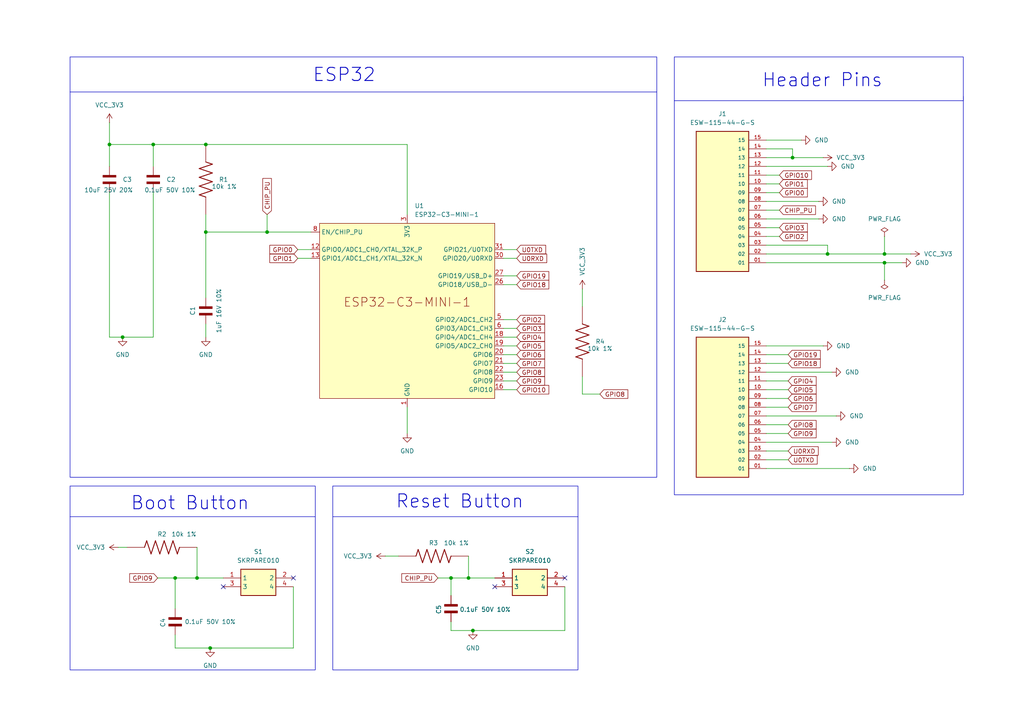
<source format=kicad_sch>
(kicad_sch (version 20250114) (generator "eeschema") (generator_version "9.0")
  (paper "A4")
  (title_block (title "ESP32 - C3 - Bare Bones") (date "2025-10-12") (rev "0") (company "BJD Solutions"))
  (lib_symbols
    (symbol "CR0402AFX-1002GAS:CR0402AFX-1002GAS" (pin_numbers (hide yes)) (pin_names (offset 1.016))
      (property "Reference" "R" (at -7.6244 2.5415 0))
      (property "Value" "CR0402AFX-1002GAS" (at -7.63 -5.0866 0))
      (symbol "CR0402AFX-1002GAS_0_0"
        (polyline (pts (xy -5.08 0) (xy -4.445 1.905)) (stroke (width 0.254)))
        (polyline (pts (xy -4.445 1.905) (xy -3.175 -1.905)) (stroke (width 0.254)))
        (polyline (pts (xy -3.175 -1.905) (xy -1.905 1.905)) (stroke (width 0.254)))
        (polyline (pts (xy -1.905 1.905) (xy -0.635 -1.905)) (stroke (width 0.254)))
        (polyline (pts (xy -0.635 -1.905) (xy 0.635 1.905)) (stroke (width 0.254)))
        (polyline (pts (xy 0.635 1.905) (xy 1.905 -1.905)) (stroke (width 0.254)))
        (polyline (pts (xy 1.905 -1.905) (xy 3.175 1.905)) (stroke (width 0.254)))
        (polyline (pts (xy 3.175 1.905) (xy 4.445 -1.905)) (stroke (width 0.254)))
        (polyline (pts (xy 4.445 -1.905) (xy 5.08 0)) (stroke (width 0.254)))
        (pin passive line (at -10.16 0 0) (length 5.08) (name "~") (number "1"))
        (pin passive line (at 10.16 0 180) (length 5.08) (name "~") (number "2"))
      )
    )
    (symbol "ESW-115-44-G-S:ESW-115-44-G-S" (pin_names (offset 1.016))
      (property "Reference" "J" (at -8.12 20.32 0))
      (property "Value" "ESW-115-44-G-S" (at -7.62 -22.86 0))
      (symbol "ESW-115-44-G-S_0_0"
        (rectangle (start -7.62 -20.32) (end 7.62 20.32) (stroke (width 0.254)) (fill (type background)))
        (pin passive line (at -12.7 17.78 0) (length 5.08) (name "01") (number "01"))
        (pin passive line (at -12.7 15.24 0) (length 5.08) (name "02") (number "02"))
        (pin passive line (at -12.7 12.7 0) (length 5.08) (name "03") (number "03"))
        (pin passive line (at -12.7 10.16 0) (length 5.08) (name "04") (number "04"))
        (pin passive line (at -12.7 7.62 0) (length 5.08) (name "05") (number "05"))
        (pin passive line (at -12.7 5.08 0) (length 5.08) (name "06") (number "06"))
        (pin passive line (at -12.7 2.54 0) (length 5.08) (name "07") (number "07"))
        (pin passive line (at -12.7 0 0) (length 5.08) (name "08") (number "08"))
        (pin passive line (at -12.7 -2.54 0) (length 5.08) (name "09") (number "09"))
        (pin passive line (at -12.7 -5.08 0) (length 5.08) (name "10") (number "10"))
        (pin passive line (at -12.7 -7.62 0) (length 5.08) (name "11") (number "11"))
        (pin passive line (at -12.7 -10.16 0) (length 5.08) (name "12") (number "12"))
        (pin passive line (at -12.7 -12.7 0) (length 5.08) (name "13") (number "13"))
        (pin passive line (at -12.7 -15.24 0) (length 5.08) (name "14") (number "14"))
        (pin passive line (at -12.7 -17.78 0) (length 5.08) (name "15") (number "15"))
      )
    )
    (symbol "MAJCU168BB7104KTEA01:MAJCU168BB7104KTEA01" (pin_numbers (hide yes)) (pin_names (offset 1.016))
      (property "Reference" "C" (at -2.54 2.54 0))
      (property "Value" "MAJCU168BB7104KTEA01" (at -2.54 -5.08 0))
      (symbol "MAJCU168BB7104KTEA01_0_0"
        (rectangle (start 0 -1.9069) (end 0.635 1.905) (stroke (width 0.1)) (fill (type outline)))
        (rectangle (start 1.9069 -1.9069) (end 2.54 1.905) (stroke (width 0.1)) (fill (type outline)))
        (pin passive line (at -2.54 0 0) (length 2.54) (name "~") (number "1"))
        (pin passive line (at 5.08 0 180) (length 2.54) (name "~") (number "2"))
      )
    )
    (symbol "MAJCU168BB7104KTEA01_1" (pin_numbers (hide yes)) (pin_names (offset 1.016))
      (property "Reference" "C" (at -2.54 2.54 0))
      (property "Value" "MAJCU168BB7104KTEA01" (at -2.54 -5.08 0))
      (symbol "MAJCU168BB7104KTEA01_1_0_0"
        (rectangle (start 0 -1.9069) (end 0.635 1.905) (stroke (width 0.1)) (fill (type outline)))
        (rectangle (start 1.9069 -1.9069) (end 2.54 1.905) (stroke (width 0.1)) (fill (type outline)))
        (pin passive line (at -2.54 0 0) (length 2.54) (name "~") (number "1"))
        (pin passive line (at 5.08 0 180) (length 2.54) (name "~") (number "2"))
      )
    )
    (symbol "MLASE168SB7105KTNA01:MLASE168SB7105KTNA01" (pin_numbers (hide yes)) (pin_names (offset 1.016))
      (property "Reference" "C" (at -2.54 2.54 0))
      (property "Value" "MLASE168SB7105KTNA01" (at -2.54 -5.08 0))
      (symbol "MLASE168SB7105KTNA01_0_0"
        (rectangle (start 0 -1.9069) (end 0.635 1.905) (stroke (width 0.1)) (fill (type outline)))
        (rectangle (start 1.9069 -1.9069) (end 2.54 1.905) (stroke (width 0.1)) (fill (type outline)))
        (pin passive line (at -2.54 0 0) (length 2.54) (name "~") (number "1"))
        (pin passive line (at 5.08 0 180) (length 2.54) (name "~") (number "2"))
      )
    )
    (symbol "MLAST168BB5106MTNA01:MLAST168BB5106MTNA01" (pin_numbers (hide yes)) (pin_names (offset 1.016))
      (property "Reference" "C" (at -2.54 2.54 0))
      (property "Value" "MLAST168BB5106MTNA01" (at -2.54 -5.08 0))
      (symbol "MLAST168BB5106MTNA01_0_0"
        (rectangle (start 0 -1.9069) (end 0.635 1.905) (stroke (width 0.1)) (fill (type outline)))
        (rectangle (start 1.9069 -1.9069) (end 2.54 1.905) (stroke (width 0.1)) (fill (type outline)))
        (pin passive line (at -2.54 0 0) (length 2.54) (name "~") (number "1"))
        (pin passive line (at 5.08 0 180) (length 2.54) (name "~") (number "2"))
      )
    )
    (symbol "PCM_Espressif:ESP32-C3-MINI-1"
      (property "Reference" "U" (at -25.4 30.48 0))
      (property "Value" "ESP32-C3-MINI-1" (at -25.4 27.94 0))
      (symbol "ESP32-C3-MINI-1_0_0"
        (text "ESP32-C3-MINI-1" (at 0 2.54 0) (effects (font (size 2.54 2.54))))
      )
      (symbol "ESP32-C3-MINI-1_0_1"
        (rectangle (start -25.4 25.4) (end 25.4 -25.4) (fill (type background)))
      )
      (symbol "ESP32-C3-MINI-1_1_1"
        (pin input line (at -27.94 22.86 0) (length 2.54) (name "EN/CHIP_PU") (number "8"))
        (pin bidirectional line (at -27.94 17.78 0) (length 2.54) (name "GPIO0/ADC1_CH0/XTAL_32K_P") (number "12"))
        (pin bidirectional line (at -27.94 15.24 0) (length 2.54) (name "GPIO1/ADC1_CH1/XTAL_32K_N") (number "13"))
        (pin no_connect line (at -25.4 10.16 0) (length 2.54) (hide yes) (name "NC") (number "4"))
        (pin no_connect line (at -25.4 7.62 0) (length 2.54) (hide yes) (name "NC") (number "7"))
        (pin no_connect line (at -25.4 5.08 0) (length 2.54) (hide yes) (name "NC") (number "9"))
        (pin no_connect line (at -25.4 2.54 0) (length 2.54) (hide yes) (name "NC") (number "10"))
        (pin no_connect line (at -25.4 0 0) (length 2.54) (hide yes) (name "NC") (number "15"))
        (pin no_connect line (at -25.4 -2.54 0) (length 2.54) (hide yes) (name "NC") (number "17"))
        (pin no_connect line (at -25.4 -5.08 0) (length 2.54) (hide yes) (name "NC") (number "24"))
        (pin no_connect line (at -25.4 -7.62 0) (length 2.54) (hide yes) (name "NC") (number "25"))
        (pin no_connect line (at -25.4 -10.16 0) (length 2.54) (hide yes) (name "NC") (number "28"))
        (pin no_connect line (at -25.4 -12.7 0) (length 2.54) (hide yes) (name "NC") (number "29"))
        (pin no_connect line (at -25.4 -15.24 0) (length 2.54) (hide yes) (name "NC") (number "32"))
        (pin no_connect line (at -25.4 -17.78 0) (length 2.54) (hide yes) (name "NC") (number "33"))
        (pin no_connect line (at -25.4 -20.32 0) (length 2.54) (hide yes) (name "NC") (number "34"))
        (pin no_connect line (at -25.4 -22.86 0) (length 2.54) (hide yes) (name "NC") (number "35"))
        (pin power_in line (at 0 27.94 270) (length 2.54) (name "3V3") (number "3"))
        (pin power_in line (at 0 -27.94 90) (length 2.54) (name "GND") (number "1"))
        (pin passive line (at 0 -27.94 90) (length 2.54) (hide yes) (name "GND") (number "11"))
        (pin passive line (at 0 -27.94 90) (length 2.54) (hide yes) (name "GND") (number "14"))
        (pin passive line (at 0 -27.94 90) (length 2.54) (hide yes) (name "GND") (number "2"))
        (pin passive line (at 0 -27.94 90) (length 2.54) (hide yes) (name "GND") (number "36"))
        (pin passive line (at 0 -27.94 90) (length 2.54) (hide yes) (name "GND") (number "37"))
        (pin passive line (at 0 -27.94 90) (length 2.54) (hide yes) (name "GND") (number "38"))
        (pin passive line (at 0 -27.94 90) (length 2.54) (hide yes) (name "GND") (number "39"))
        (pin passive line (at 0 -27.94 90) (length 2.54) (hide yes) (name "GND") (number "40"))
        (pin passive line (at 0 -27.94 90) (length 2.54) (hide yes) (name "GND") (number "41"))
        (pin passive line (at 0 -27.94 90) (length 2.54) (hide yes) (name "GND") (number "42"))
        (pin passive line (at 0 -27.94 90) (length 2.54) (hide yes) (name "GND") (number "43"))
        (pin passive line (at 0 -27.94 90) (length 2.54) (hide yes) (name "GND") (number "44"))
        (pin passive line (at 0 -27.94 90) (length 2.54) (hide yes) (name "GND") (number "45"))
        (pin passive line (at 0 -27.94 90) (length 2.54) (hide yes) (name "GND") (number "46"))
        (pin passive line (at 0 -27.94 90) (length 2.54) (hide yes) (name "GND") (number "47"))
        (pin passive line (at 0 -27.94 90) (length 2.54) (hide yes) (name "GND") (number "48"))
        (pin passive line (at 0 -27.94 90) (length 2.54) (hide yes) (name "GND") (number "49"))
        (pin passive line (at 0 -27.94 90) (length 2.54) (hide yes) (name "GND") (number "50"))
        (pin passive line (at 0 -27.94 90) (length 2.54) (hide yes) (name "GND") (number "51"))
        (pin passive line (at 0 -27.94 90) (length 2.54) (hide yes) (name "GND") (number "52"))
        (pin passive line (at 0 -27.94 90) (length 2.54) (hide yes) (name "GND") (number "53"))
        (pin bidirectional line (at 27.94 17.78 180) (length 2.54) (name "GPIO21/U0TXD") (number "31"))
        (pin bidirectional line (at 27.94 15.24 180) (length 2.54) (name "GPIO20/U0RXD") (number "30"))
        (pin bidirectional line (at 27.94 10.16 180) (length 2.54) (name "GPIO19/USB_D+") (number "27"))
        (pin bidirectional line (at 27.94 7.62 180) (length 2.54) (name "GPIO18/USB_D-") (number "26"))
        (pin bidirectional line (at 27.94 -2.54 180) (length 2.54) (name "GPIO2/ADC1_CH2") (number "5"))
        (pin bidirectional line (at 27.94 -5.08 180) (length 2.54) (name "GPIO3/ADC1_CH3") (number "6"))
        (pin bidirectional line (at 27.94 -7.62 180) (length 2.54) (name "GPIO4/ADC1_CH4") (number "18"))
        (pin bidirectional line (at 27.94 -10.16 180) (length 2.54) (name "GPIO5/ADC2_CH0") (number "19"))
        (pin bidirectional line (at 27.94 -12.7 180) (length 2.54) (name "GPIO6") (number "20"))
        (pin bidirectional line (at 27.94 -15.24 180) (length 2.54) (name "GPIO7") (number "21"))
        (pin bidirectional line (at 27.94 -17.78 180) (length 2.54) (name "GPIO8") (number "22"))
        (pin bidirectional line (at 27.94 -20.32 180) (length 2.54) (name "GPIO9") (number "23"))
        (pin bidirectional line (at 27.94 -22.86 180) (length 2.54) (name "GPIO10") (number "16"))
      )
    )
    (symbol "SamacSys_Parts:SKRPARE010"
      (property "Reference" "S" (at 16.51 7.62 0))
      (property "Value" "SKRPARE010" (at 16.51 5.08 0))
      (symbol "SKRPARE010_1_1"
        (rectangle (start 5.08 2.54) (end 15.24 -5.08) (stroke (width 0.254)) (fill (type background)))
        (pin passive line (at 0 0 0) (length 5.08) (name "1") (number "1"))
        (pin passive line (at 0 -2.54 0) (length 5.08) (name "3") (number "3"))
        (pin passive line (at 20.32 0 180) (length 5.08) (name "2") (number "2"))
        (pin passive line (at 20.32 -2.54 180) (length 5.08) (name "4") (number "4"))
      )
    )
    (symbol "power:GND" (power) (pin_numbers (hide yes)) (pin_names (offset 0) (hide yes))
      (property "Value" "GND" (at 0 -3.81 0))
      (symbol "GND_0_1"
        (polyline (pts (xy 0 0) (xy 0 -1.27) (xy 1.27 -1.27) (xy 0 -2.54) (xy -1.27 -1.27) (xy 0 -1.27)))
      )
      (symbol "GND_1_1"
        (pin power_in line (at 0 0 270) (length 0) (name "~") (number "1"))
      )
    )
    (symbol "power:PWR_FLAG" (power) (pin_numbers (hide yes)) (pin_names (offset 0) (hide yes))
      (property "Value" "PWR_FLAG" (at 0 3.81 0))
      (symbol "PWR_FLAG_0_0"
        (pin power_out line (at 0 0 90) (length 0) (name "~") (number "1"))
      )
      (symbol "PWR_FLAG_0_1"
        (polyline (pts (xy 0 0) (xy 0 1.27) (xy -1.016 1.905) (xy 0 2.54) (xy 1.016 1.905) (xy 0 1.27)))
      )
    )
    (symbol "power:VCC" (power) (pin_numbers (hide yes)) (pin_names (offset 0) (hide yes))
      (property "Value" "VCC" (at 0 3.556 0))
      (symbol "VCC_0_1"
        (polyline (pts (xy -0.762 1.27) (xy 0 2.54)))
        (polyline (pts (xy 0 2.54) (xy 0.762 1.27)))
        (polyline (pts (xy 0 0) (xy 0 2.54)))
      )
      (symbol "VCC_1_1"
        (pin power_in line (at 0 0 90) (length 0) (name "~") (number "1"))
      )
    )
  )
  (rectangle (start 195.58 16.51) (end 279.4 143.51))
  (rectangle (start 20.32 140.97) (end 91.44 194.31))
  (rectangle (start 20.32 16.51) (end 190.5 138.43))
  (rectangle (start 96.52 140.97) (end 167.64 194.31))
  (text "Header Pins" (at 238.506 23.368 0) (effects (font (size 3.81 3.81) (thickness 0.254) (bold yes))))
  (text "Boot Button" (at 55.118 146.05 0) (effects (font (size 3.81 3.81) (thickness 0.254) (bold yes))))
  (text "Reset Button" (at 133.35 145.542 0) (effects (font (size 3.81 3.81) (thickness 0.254) (bold yes))))
  (text "ESP32" (at 99.822 21.844 0) (effects (font (size 3.81 3.81) (thickness 0.254) (bold yes))))
  (junction (at 240.03 73.66))
  (junction (at 50.8 167.64))
  (junction (at 44.45 41.91))
  (junction (at 59.69 67.31))
  (junction (at 130.81 167.64))
  (junction (at 229.87 45.72))
  (junction (at 77.47 67.31))
  (junction (at 137.16 182.88))
  (junction (at 60.96 187.96))
  (junction (at 256.54 73.66))
  (junction (at 35.56 97.79))
  (junction (at 31.75 41.91))
  (junction (at 256.54 76.2))
  (junction (at 135.89 167.64))
  (junction (at 57.15 167.64))
  (junction (at 59.69 41.91))
  (no_connect (at 64.77 170.18))
  (no_connect (at 163.83 167.64))
  (no_connect (at 143.51 170.18))
  (no_connect (at 85.09 167.64))
  (wire (pts (xy 222.25 58.42) (xy 237.49 58.42)))
  (wire (pts (xy 163.83 170.18) (xy 163.83 182.88)))
  (wire (pts (xy 44.45 55.88) (xy 44.45 97.79)))
  (wire (pts (xy 222.25 105.41) (xy 228.6 105.41)))
  (wire (pts (xy 135.89 167.64) (xy 143.51 167.64)))
  (wire (pts (xy 146.05 72.39) (xy 149.86 72.39)))
  (wire (pts (xy 222.25 118.11) (xy 228.6 118.11)))
  (wire (pts (xy 146.05 110.49) (xy 149.86 110.49)))
  (wire (pts (xy 222.25 68.58) (xy 226.06 68.58)))
  (wire (pts (xy 222.25 50.8) (xy 226.06 50.8)))
  (wire (pts (xy 240.03 73.66) (xy 256.54 73.66)))
  (wire (pts (xy 31.75 35.56) (xy 31.75 41.91)))
  (wire (pts (xy 50.8 187.96) (xy 60.96 187.96)))
  (wire (pts (xy 146.05 105.41) (xy 149.86 105.41)))
  (wire (pts (xy 146.05 74.93) (xy 149.86 74.93)))
  (wire (pts (xy 31.75 41.91) (xy 44.45 41.91)))
  (wire (pts (xy 146.05 82.55) (xy 149.86 82.55)))
  (wire (pts (xy 59.69 67.31) (xy 59.69 86.36)))
  (wire (pts (xy 130.81 182.88) (xy 137.16 182.88)))
  (wire (pts (xy 229.87 45.72) (xy 238.76 45.72)))
  (wire (pts (xy 127 167.64) (xy 130.81 167.64)))
  (wire (pts (xy 222.25 133.35) (xy 228.6 133.35)))
  (wire (pts (xy 222.25 135.89) (xy 246.38 135.89)))
  (wire (pts (xy 59.69 62.23) (xy 59.69 67.31)))
  (wire (pts (xy 135.89 161.29) (xy 135.89 167.64)))
  (wire (pts (xy 111.76 161.29) (xy 115.57 161.29)))
  (wire (pts (xy 44.45 48.26) (xy 44.45 41.91)))
  (wire (pts (xy 256.54 76.2) (xy 256.54 81.28)))
  (wire (pts (xy 146.05 107.95) (xy 149.86 107.95)))
  (wire (pts (xy 59.69 67.31) (xy 77.47 67.31)))
  (wire (pts (xy 130.81 167.64) (xy 135.89 167.64)))
  (wire (pts (xy 222.25 115.57) (xy 228.6 115.57)))
  (wire (pts (xy 222.25 110.49) (xy 228.6 110.49)))
  (wire (pts (xy 146.05 97.79) (xy 149.86 97.79)))
  (wire (pts (xy 59.69 93.98) (xy 59.69 97.79)))
  (wire (pts (xy 222.25 40.64) (xy 232.41 40.64)))
  (wire (pts (xy 222.25 128.27) (xy 241.3 128.27)))
  (wire (pts (xy 45.72 167.64) (xy 50.8 167.64)))
  (wire (pts (xy 146.05 80.01) (xy 149.86 80.01)))
  (wire (pts (xy 77.47 62.23) (xy 77.47 67.31)))
  (wire (pts (xy 86.36 72.39) (xy 90.17 72.39)))
  (wire (pts (xy 222.25 43.18) (xy 229.87 43.18)))
  (wire (pts (xy 50.8 184.15) (xy 50.8 187.96)))
  (polyline (pts (xy 195.58 29.21) (xy 279.4 29.21)))
  (wire (pts (xy 222.25 45.72) (xy 229.87 45.72)))
  (wire (pts (xy 118.11 62.23) (xy 118.11 41.91)))
  (wire (pts (xy 130.81 180.34) (xy 130.81 182.88)))
  (wire (pts (xy 50.8 167.64) (xy 57.15 167.64)))
  (wire (pts (xy 222.25 130.81) (xy 228.6 130.81)))
  (wire (pts (xy 77.47 67.31) (xy 90.17 67.31)))
  (wire (pts (xy 35.56 97.79) (xy 44.45 97.79)))
  (wire (pts (xy 168.91 83.82) (xy 168.91 88.9)))
  (wire (pts (xy 222.25 71.12) (xy 240.03 71.12)))
  (polyline (pts (xy 279.4 27.94) (xy 279.4 29.21)))
  (wire (pts (xy 256.54 73.66) (xy 264.16 73.66)))
  (wire (pts (xy 34.29 158.75) (xy 36.83 158.75)))
  (wire (pts (xy 31.75 48.26) (xy 31.75 41.91)))
  (wire (pts (xy 222.25 102.87) (xy 228.6 102.87)))
  (wire (pts (xy 222.25 120.65) (xy 242.57 120.65)))
  (polyline (pts (xy 20.32 149.86) (xy 91.44 149.86)))
  (polyline (pts (xy 96.52 149.86) (xy 167.64 149.86)))
  (wire (pts (xy 168.91 109.22) (xy 168.91 114.3)))
  (wire (pts (xy 222.25 125.73) (xy 228.6 125.73)))
  (wire (pts (xy 222.25 76.2) (xy 256.54 76.2)))
  (wire (pts (xy 256.54 76.2) (xy 261.62 76.2)))
  (wire (pts (xy 146.05 95.25) (xy 149.86 95.25)))
  (wire (pts (xy 222.25 100.33) (xy 238.76 100.33)))
  (wire (pts (xy 222.25 123.19) (xy 228.6 123.19)))
  (wire (pts (xy 146.05 113.03) (xy 149.86 113.03)))
  (wire (pts (xy 146.05 102.87) (xy 149.86 102.87)))
  (polyline (pts (xy 20.32 26.67) (xy 190.5 26.67)))
  (wire (pts (xy 240.03 71.12) (xy 240.03 73.66)))
  (wire (pts (xy 222.25 60.96) (xy 226.06 60.96)))
  (wire (pts (xy 222.25 48.26) (xy 240.03 48.26)))
  (wire (pts (xy 222.25 55.88) (xy 226.06 55.88)))
  (wire (pts (xy 31.75 97.79) (xy 35.56 97.79)))
  (wire (pts (xy 222.25 113.03) (xy 228.6 113.03)))
  (wire (pts (xy 59.69 41.91) (xy 118.11 41.91)))
  (wire (pts (xy 146.05 100.33) (xy 149.86 100.33)))
  (wire (pts (xy 85.09 170.18) (xy 85.09 187.96)))
  (wire (pts (xy 222.25 63.5) (xy 237.49 63.5)))
  (wire (pts (xy 222.25 73.66) (xy 240.03 73.66)))
  (wire (pts (xy 130.81 167.64) (xy 130.81 172.72)))
  (wire (pts (xy 222.25 107.95) (xy 241.3 107.95)))
  (wire (pts (xy 146.05 92.71) (xy 149.86 92.71)))
  (wire (pts (xy 50.8 167.64) (xy 50.8 176.53)))
  (wire (pts (xy 222.25 66.04) (xy 226.06 66.04)))
  (wire (pts (xy 85.09 187.96) (xy 60.96 187.96)))
  (wire (pts (xy 229.87 43.18) (xy 229.87 45.72)))
  (wire (pts (xy 222.25 53.34) (xy 226.06 53.34)))
  (wire (pts (xy 31.75 55.88) (xy 31.75 97.79)))
  (wire (pts (xy 256.54 68.58) (xy 256.54 73.66)))
  (wire (pts (xy 137.16 182.88) (xy 163.83 182.88)))
  (wire (pts (xy 118.11 118.11) (xy 118.11 125.73)))
  (wire (pts (xy 57.15 158.75) (xy 57.15 167.64)))
  (wire (pts (xy 44.45 41.91) (xy 59.69 41.91)))
  (wire (pts (xy 168.91 114.3) (xy 173.99 114.3)))
  (wire (pts (xy 86.36 74.93) (xy 90.17 74.93)))
  (wire (pts (xy 57.15 167.64) (xy 64.77 167.64)))
  (global_label "GPIO19" (shape input) (at 228.6 102.87 0) (property "Intersheetrefs" "${INTERSHEET_REFS}" (effects (hide yes))))
  (global_label "GPIO3" (shape input) (at 226.06 66.04 0) (property "Intersheetrefs" "${INTERSHEET_REFS}" (effects (hide yes))))
  (global_label "GPIO8" (shape input) (at 228.6 123.19 0) (property "Intersheetrefs" "${INTERSHEET_REFS}" (effects (hide yes))))
  (global_label "GPIO7" (shape input) (at 228.6 118.11 0) (property "Intersheetrefs" "${INTERSHEET_REFS}" (effects (hide yes))))
  (global_label "U0TXD" (shape input) (at 228.6 133.35 0) (property "Intersheetrefs" "${INTERSHEET_REFS}" (effects (hide yes))))
  (global_label "GPIO19" (shape input) (at 149.86 80.01 0) (property "Intersheetrefs" "${INTERSHEET_REFS}" (effects (hide yes))))
  (global_label "GPIO5" (shape input) (at 228.6 113.03 0) (property "Intersheetrefs" "${INTERSHEET_REFS}" (effects (hide yes))))
  (global_label "GPIO0" (shape input) (at 226.06 55.88 0) (property "Intersheetrefs" "${INTERSHEET_REFS}" (effects (hide yes))))
  (global_label "GPIO9" (shape input) (at 45.72 167.64 180) (property "Intersheetrefs" "${INTERSHEET_REFS}" (effects (hide yes))))
  (global_label "GPIO8" (shape input) (at 149.86 107.95 0) (property "Intersheetrefs" "${INTERSHEET_REFS}" (effects (hide yes))))
  (global_label "GPIO8" (shape input) (at 173.99 114.3 0) (property "Intersheetrefs" "${INTERSHEET_REFS}" (effects (hide yes))))
  (global_label "GPIO4" (shape input) (at 228.6 110.49 0) (property "Intersheetrefs" "${INTERSHEET_REFS}" (effects (hide yes))))
  (global_label "CHIP_PU" (shape input) (at 127 167.64 180) (property "Intersheetrefs" "${INTERSHEET_REFS}" (effects (hide yes))))
  (global_label "GPIO7" (shape input) (at 149.86 105.41 0) (property "Intersheetrefs" "${INTERSHEET_REFS}" (effects (hide yes))))
  (global_label "GPIO1" (shape input) (at 86.36 74.93 180) (property "Intersheetrefs" "${INTERSHEET_REFS}" (effects (hide yes))))
  (global_label "GPIO9" (shape input) (at 149.86 110.49 0) (property "Intersheetrefs" "${INTERSHEET_REFS}" (effects (hide yes))))
  (global_label "GPIO5" (shape input) (at 149.86 100.33 0) (property "Intersheetrefs" "${INTERSHEET_REFS}" (effects (hide yes))))
  (global_label "GPIO2" (shape input) (at 226.06 68.58 0) (property "Intersheetrefs" "${INTERSHEET_REFS}" (effects (hide yes))))
  (global_label "CHIP_PU" (shape input) (at 77.47 62.23 90) (property "Intersheetrefs" "${INTERSHEET_REFS}" (effects (hide yes))))
  (global_label "GPIO6" (shape input) (at 228.6 115.57 0) (property "Intersheetrefs" "${INTERSHEET_REFS}" (effects (hide yes))))
  (global_label "GPIO18" (shape input) (at 228.6 105.41 0) (property "Intersheetrefs" "${INTERSHEET_REFS}" (effects (hide yes))))
  (global_label "GPIO1" (shape input) (at 226.06 53.34 0) (property "Intersheetrefs" "${INTERSHEET_REFS}" (effects (hide yes))))
  (global_label "CHIP_PU" (shape input) (at 226.06 60.96 0) (property "Intersheetrefs" "${INTERSHEET_REFS}" (effects (hide yes))))
  (global_label "GPIO10" (shape input) (at 149.86 113.03 0) (property "Intersheetrefs" "${INTERSHEET_REFS}" (effects (hide yes))))
  (global_label "U0TXD" (shape input) (at 149.86 72.39 0) (property "Intersheetrefs" "${INTERSHEET_REFS}" (effects (hide yes))))
  (global_label "GPIO9" (shape input) (at 228.6 125.73 0) (property "Intersheetrefs" "${INTERSHEET_REFS}" (effects (hide yes))))
  (global_label "GPIO0" (shape input) (at 86.36 72.39 180) (property "Intersheetrefs" "${INTERSHEET_REFS}" (effects (hide yes))))
  (global_label "GPIO3" (shape input) (at 149.86 95.25 0) (property "Intersheetrefs" "${INTERSHEET_REFS}" (effects (hide yes))))
  (global_label "GPIO10" (shape input) (at 226.06 50.8 0) (property "Intersheetrefs" "${INTERSHEET_REFS}" (effects (hide yes))))
  (global_label "GPIO4" (shape input) (at 149.86 97.79 0) (property "Intersheetrefs" "${INTERSHEET_REFS}" (effects (hide yes))))
  (global_label "U0RXD" (shape input) (at 228.6 130.81 0) (property "Intersheetrefs" "${INTERSHEET_REFS}" (effects (hide yes))))
  (global_label "U0RXD" (shape input) (at 149.86 74.93 0) (property "Intersheetrefs" "${INTERSHEET_REFS}" (effects (hide yes))))
  (global_label "GPIO2" (shape input) (at 149.86 92.71 0) (property "Intersheetrefs" "${INTERSHEET_REFS}" (effects (hide yes))))
  (global_label "GPIO18" (shape input) (at 149.86 82.55 0) (property "Intersheetrefs" "${INTERSHEET_REFS}" (effects (hide yes))))
  (global_label "GPIO6" (shape input) (at 149.86 102.87 0) (property "Intersheetrefs" "${INTERSHEET_REFS}" (effects (hide yes))))
  (symbol (lib_id "ESW-115-44-G-S:ESW-115-44-G-S") (at 209.55 58.42 180) (unit 1)
    (property "Reference" "J1" (at 209.55 33.02 0))
    (property "Value" "ESW-115-44-G-S" (at 209.55 35.56 0))
    (property "Footprint" "ESW-115-44-G-S:SAMTEC_ESW-115-44-G-S" (effects (hide yes)))
    (property "MF" "Samtec" (effects (hide yes)))
    (property "Description_1" "CONN SOCKET 15POS 0.1 GOLD PCB" (effects (hide yes)))
    (property "Package" "None" (effects (hide yes)))
    (property "Price" "None" (effects (hide yes)))
    (property "Check_prices" "https://www.snapeda.com/parts/ESW-115-44-G-S/Samtec/view-part/?ref=eda" (effects (hide yes)))
    (property "STANDARD" "Manufacturer Recommendations" (effects (hide yes)))
    (property "PARTREV" "R" (effects (hide yes)))
    (property "SnapEDA_Link" "https://www.snapeda.com/parts/ESW-115-44-G-S/Samtec/view-part/?ref=snap" (effects (hide yes)))
    (property "MP" "ESW-115-44-G-S" (effects (hide yes)))
    (property "Availability" "In Stock" (effects (hide yes)))
    (property "MANUFACTURER" "Samtec" (effects (hide yes)))
  )
  (symbol (lib_id "power:GND") (at 60.96 187.96 0) (unit 1)
    (property "Reference" "#PWR05" (effects (hide yes)))
    (property "Value" "GND" (at 60.96 193.04 0))
    (property "Description" "Power symbol creates a global label with name \"GND\" , ground" (effects (hide yes)))
  )
  (symbol (lib_id "MLAST168BB5106MTNA01:MLAST168BB5106MTNA01") (at 31.75 53.34 90) (unit 1)
    (property "Reference" "C3" (at 35.56 52.0699 90) (effects (justify right)))
    (property "Value" "10uF 25V 20%" (at 31.496 55.118 90))
    (property "Footprint" "MLAST168BB5106MTNA01:CAPC1608X100N" (effects (hide yes)))
    (property "MF" "Taiyo Yuden" (effects (hide yes)))
    (property "MAXIMUM_PACKAGE_HEIGHT" "1.00mm" (effects (hide yes)))
    (property "Package" "1608-2 Taiyo Yuden" (effects (hide yes)))
    (property "Price" "None" (effects (hide yes)))
    (property "Check_prices" "https://www.snapeda.com/parts/MLAST168BB5106MTNA01/Taiyo+Yuden/view-part/?ref=eda" (effects (hide yes)))
    (property "STANDARD" "IPC-7351B" (effects (hide yes)))
    (property "PARTREV" "NA" (effects (hide yes)))
    (property "SnapEDA_Link" "https://www.snapeda.com/parts/MLAST168BB5106MTNA01/Taiyo+Yuden/view-part/?ref=snap" (effects (hide yes)))
    (property "MP" "MLAST168BB5106MTNA01" (effects (hide yes)))
    (property "Description_1" "10uF 25V 20% Multilayer Ceramic Capacitor X5R 0603 (1608 Metric)" (effects (hide yes)))
    (property "Availability" "In Stock" (effects (hide yes)))
    (property "MANUFACTURER" "Taiyo Yuden" (effects (hide yes)))
  )
  (symbol (lib_id "power:VCC") (at 31.75 35.56 0) (unit 1)
    (property "Reference" "#PWR04" (effects (hide yes)))
    (property "Value" "VCC_3V3" (at 31.75 30.48 0))
    (property "Description" "Power symbol creates a global label with name \"VCC\"" (effects (hide yes)))
  )
  (symbol (lib_id "power:GND") (at 232.41 40.64 90) (unit 1)
    (property "Reference" "#PWR016" (effects (hide yes)))
    (property "Value" "GND" (at 236.22 40.6399 90) (effects (justify right)))
    (property "Description" "Power symbol creates a global label with name \"GND\" , ground" (effects (hide yes)))
  )
  (symbol (lib_id "power:VCC") (at 238.76 45.72 270) (unit 1)
    (property "Reference" "#PWR015" (effects (hide yes)))
    (property "Value" "VCC_3V3" (at 242.57 45.7201 90) (effects (justify left)))
    (property "Description" "Power symbol creates a global label with name \"VCC\"" (effects (hide yes)))
  )
  (symbol (lib_id "SamacSys_Parts:SKRPARE010") (at 64.77 167.64 0) (unit 1)
    (property "Reference" "S1" (at 74.93 160.02 0))
    (property "Value" "SKRPARE010" (at 74.93 162.56 0))
    (property "Footprint" "SamacSys_Parts:SKRPARE010" (effects (hide yes)))
    (property "Datasheet" "https://tech.alpsalpine.com/e/products/detail/SKRPARE010/" (effects (hide yes)))
    (property "Description" "Tactile Switches F=5N ,100M min. 100V DC for 1 min. 250V AC for 1 min. 50mA 16V DC , -40 to +90" (effects (hide yes)))
    (property "Height" "2.5" (effects (hide yes)))
    (property "Manufacturer_Name" "ALPS Electric" (effects (hide yes)))
    (property "Manufacturer_Part_Number" "SKRPARE010" (effects (hide yes)))
    (property "Mouser Part Number" "688-SKRPARE010" (effects (hide yes)))
    (property "Mouser Price/Stock" "https://www.mouser.co.uk/ProductDetail/Alps-Alpine/SKRPARE010?qs=w%2Fv1CP2dgqqtJ13ywv6BaA%3D%3D" (effects (hide yes)))
  )
  (symbol (lib_id "MLASE168SB7105KTNA01:MLASE168SB7105KTNA01") (at 59.69 91.44 90) (unit 1)
    (property "Reference" "C1" (at 55.88 90.17 0))
    (property "Value" "1uF 16V 10%" (at 63.5 90.17 0))
    (property "Footprint" "MLASE168SB7105KTNA01:CAPC1608X90N" (effects (hide yes)))
    (property "MF" "Taiyo Yuden" (effects (hide yes)))
    (property "MAXIMUM_PACKAGE_HEIGHT" "0.9mm" (effects (hide yes)))
    (property "Package" "1608-2 Taiyo Yuden" (effects (hide yes)))
    (property "Price" "None" (effects (hide yes)))
    (property "Check_prices" "https://www.snapeda.com/parts/MLASE168SB7105KTNA01/Taiyo+Yuden/view-part/?ref=eda" (effects (hide yes)))
    (property "STANDARD" "IPC-7351B" (effects (hide yes)))
    (property "PARTREV" "NA" (effects (hide yes)))
    (property "SnapEDA_Link" "https://www.snapeda.com/parts/MLASE168SB7105KTNA01/Taiyo+Yuden/view-part/?ref=snap" (effects (hide yes)))
    (property "MP" "MLASE168SB7105KTNA01" (effects (hide yes)))
    (property "Description_1" "1uF 16V 10% Multilayer Ceramic Capacitor X7R 0603 (1608 Metric)" (effects (hide yes)))
    (property "Availability" "In Stock" (effects (hide yes)))
    (property "MANUFACTURER" "Taiyo Yuden" (effects (hide yes)))
  )
  (symbol (lib_id "power:VCC") (at 168.91 83.82 0) (unit 1)
    (property "Reference" "#PWR09" (effects (hide yes)))
    (property "Value" "VCC_3V3" (at 168.9101 80.01 90) (effects (justify left)))
    (property "Description" "Power symbol creates a global label with name \"VCC\"" (effects (hide yes)))
  )
  (symbol (lib_id "power:PWR_FLAG") (at 256.54 68.58 0) (unit 1)
    (property "Reference" "#FLG01" (effects (hide yes)))
    (property "Value" "PWR_FLAG" (at 256.54 63.5 0))
    (property "Description" "Special symbol for telling ERC where power comes from" (effects (hide yes)))
  )
  (symbol (lib_id "PCM_Espressif:ESP32-C3-MINI-1") (at 118.11 90.17 0) (unit 1)
    (property "Reference" "U1" (at 120.2533 59.69 0) (effects (justify left)))
    (property "Value" "ESP32-C3-MINI-1" (at 120.2533 62.23 0) (effects (justify left)))
    (property "Footprint" "PCM_Espressif:ESP32-C3-MINI-1" (effects (hide yes)))
    (property "Datasheet" "https://www.espressif.com/sites/default/files/documentation/esp32-c3-mini-1_datasheet_en.pdf" (effects (hide yes)))
    (property "Description" "ESP32-C3-MINI-1 family is an ultra-low-power MCU-based SoC solution that supports 2.4 GHz Wi-Fi and Bluetooth®Low Energy (Bluetooth LE)." (effects (hide yes)))
  )
  (symbol (lib_id "CR0402AFX-1002GAS:CR0402AFX-1002GAS") (at 59.69 52.07 90) (unit 1)
    (property "Reference" "R1" (at 63.5 52.0699 90) (effects (justify right)))
    (property "Value" "10k 1%" (at 65.024 54.102 90))
    (property "Footprint" "CR0402AFX-1002GAS:RESC1005X37N" (effects (hide yes)))
    (property "MF" "Bourns" (effects (hide yes)))
    (property "Description_1" "Resistor, AS 0402 10k 1% 63mW TC100 | Bourns CR0402AFX-1002GAS" (effects (hide yes)))
    (property "Package" "0402-2 Bourns" (effects (hide yes)))
    (property "Price" "None" (effects (hide yes)))
    (property "SnapEDA_Link" "https://www.snapeda.com/parts/CR0402AFX-1002GAS/Bourns/view-part/?ref=snap" (effects (hide yes)))
    (property "MP" "CR0402AFX-1002GAS" (effects (hide yes)))
    (property "Availability" "In Stock" (effects (hide yes)))
    (property "Check_prices" "https://www.snapeda.com/parts/CR0402AFX-1002GAS/Bourns/view-part/?ref=eda" (effects (hide yes)))
  )
  (symbol (lib_id "power:GND") (at 59.69 97.79 0) (unit 1)
    (property "Reference" "#PWR01" (effects (hide yes)))
    (property "Value" "GND" (at 59.69 102.87 0))
    (property "Description" "Power symbol creates a global label with name \"GND\" , ground" (effects (hide yes)))
  )
  (symbol (lib_id "power:GND") (at 237.49 58.42 90) (unit 1)
    (property "Reference" "#PWR013" (effects (hide yes)))
    (property "Value" "GND" (at 241.3 58.4199 90) (effects (justify right)))
    (property "Description" "Power symbol creates a global label with name \"GND\" , ground" (effects (hide yes)))
  )
  (symbol (lib_id "power:GND") (at 137.16 182.88 0) (unit 1)
    (property "Reference" "#PWR08" (effects (hide yes)))
    (property "Value" "GND" (at 137.16 187.96 0))
    (property "Description" "Power symbol creates a global label with name \"GND\" , ground" (effects (hide yes)))
  )
  (symbol (lib_id "power:VCC") (at 264.16 73.66 270) (unit 1)
    (property "Reference" "#PWR010" (effects (hide yes)))
    (property "Value" "VCC_3V3" (at 267.97 73.6601 90) (effects (justify left)))
    (property "Description" "Power symbol creates a global label with name \"VCC\"" (effects (hide yes)))
  )
  (symbol (lib_id "power:GND") (at 118.11 125.73 0) (unit 1)
    (property "Reference" "#PWR03" (effects (hide yes)))
    (property "Value" "GND" (at 118.11 130.81 0))
    (property "Description" "Power symbol creates a global label with name \"GND\" , ground" (effects (hide yes)))
  )
  (symbol (lib_id "power:GND") (at 238.76 100.33 90) (unit 1)
    (property "Reference" "#PWR021" (effects (hide yes)))
    (property "Value" "GND" (at 242.57 100.3299 90) (effects (justify right)))
    (property "Description" "Power symbol creates a global label with name \"GND\" , ground" (effects (hide yes)))
  )
  (symbol (lib_id "CR0402AFX-1002GAS:CR0402AFX-1002GAS") (at 125.73 161.29 0) (unit 1)
    (property "Reference" "R3" (at 125.73 157.48 0))
    (property "Value" "10k 1%" (at 132.334 157.48 0))
    (property "Footprint" "CR0402AFX-1002GAS:RESC1005X37N" (effects (hide yes)))
    (property "MF" "Bourns" (effects (hide yes)))
    (property "Description_1" "Resistor, AS 0402 10k 1% 63mW TC100 | Bourns CR0402AFX-1002GAS" (effects (hide yes)))
    (property "Package" "0402-2 Bourns" (effects (hide yes)))
    (property "Price" "None" (effects (hide yes)))
    (property "SnapEDA_Link" "https://www.snapeda.com/parts/CR0402AFX-1002GAS/Bourns/view-part/?ref=snap" (effects (hide yes)))
    (property "MP" "CR0402AFX-1002GAS" (effects (hide yes)))
    (property "Availability" "In Stock" (effects (hide yes)))
    (property "Check_prices" "https://www.snapeda.com/parts/CR0402AFX-1002GAS/Bourns/view-part/?ref=eda" (effects (hide yes)))
  )
  (symbol (lib_id "power:VCC") (at 111.76 161.29 90) (unit 1)
    (property "Reference" "#PWR07" (effects (hide yes)))
    (property "Value" "VCC_3V3" (at 107.95 161.2899 90) (effects (justify left)))
    (property "Description" "Power symbol creates a global label with name \"VCC\"" (effects (hide yes)))
  )
  (symbol (lib_id "power:GND") (at 261.62 76.2 90) (unit 1)
    (property "Reference" "#PWR011" (effects (hide yes)))
    (property "Value" "GND" (at 265.43 76.1999 90) (effects (justify right)))
    (property "Description" "Power symbol creates a global label with name \"GND\" , ground" (effects (hide yes)))
  )
  (symbol (lib_id "power:GND") (at 35.56 97.79 0) (unit 1)
    (property "Reference" "#PWR02" (effects (hide yes)))
    (property "Value" "GND" (at 35.56 102.87 0))
    (property "Description" "Power symbol creates a global label with name \"GND\" , ground" (effects (hide yes)))
  )
  (symbol (lib_id "power:GND") (at 246.38 135.89 90) (unit 1)
    (property "Reference" "#PWR017" (effects (hide yes)))
    (property "Value" "GND" (at 250.19 135.8899 90) (effects (justify right)))
    (property "Description" "Power symbol creates a global label with name \"GND\" , ground" (effects (hide yes)))
  )
  (symbol (lib_name "MAJCU168BB7104KTEA01_1") (lib_id "MAJCU168BB7104KTEA01:MAJCU168BB7104KTEA01") (at 130.81 177.8 90) (unit 1)
    (property "Reference" "C5" (at 127.254 176.784 0))
    (property "Value" "0.1uF 50V 10%" (at 140.716 176.784 90))
    (property "Footprint" "MAJCU168BB7104KTEA01:CAPC1608X100N" (effects (hide yes)))
    (property "MF" "Taiyo Yuden" (effects (hide yes)))
    (property "MAXIMUM_PACKAGE_HEIGHT" "1.00mm" (effects (hide yes)))
    (property "Package" "None" (effects (hide yes)))
    (property "Price" "None" (effects (hide yes)))
    (property "Check_prices" "https://www.snapeda.com/parts/MAJCU168BB7104KTEA01/Taiyo+Yuden/view-part/?ref=eda" (effects (hide yes)))
    (property "STANDARD" "IPC-7351B" (effects (hide yes)))
    (property "PARTREV" "NA" (effects (hide yes)))
    (property "SnapEDA_Link" "https://www.snapeda.com/parts/MAJCU168BB7104KTEA01/Taiyo+Yuden/view-part/?ref=snap" (effects (hide yes)))
    (property "MP" "MAJCU168BB7104KTEA01" (effects (hide yes)))
    (property "Description_1" "0.1uF 50V 10% Multilayer Ceramic Capacitor X7R 0603 (1608 Metric)" (effects (hide yes)))
    (property "Availability" "In Stock" (effects (hide yes)))
    (property "MANUFACTURER" "Taiyo Yuden" (effects (hide yes)))
  )
  (symbol (lib_id "power:VCC") (at 34.29 158.75 90) (unit 1)
    (property "Reference" "#PWR06" (effects (hide yes)))
    (property "Value" "VCC_3V3" (at 30.48 158.7499 90) (effects (justify left)))
    (property "Description" "Power symbol creates a global label with name \"VCC\"" (effects (hide yes)))
  )
  (symbol (lib_id "ESW-115-44-G-S:ESW-115-44-G-S") (at 209.55 118.11 180) (unit 1)
    (property "Reference" "J2" (at 209.55 92.71 0))
    (property "Value" "ESW-115-44-G-S" (at 209.55 95.25 0))
    (property "Footprint" "ESW-115-44-G-S:SAMTEC_ESW-115-44-G-S" (effects (hide yes)))
    (property "MF" "Samtec" (effects (hide yes)))
    (property "Description_1" "CONN SOCKET 15POS 0.1 GOLD PCB" (effects (hide yes)))
    (property "Package" "None" (effects (hide yes)))
    (property "Price" "None" (effects (hide yes)))
    (property "Check_prices" "https://www.snapeda.com/parts/ESW-115-44-G-S/Samtec/view-part/?ref=eda" (effects (hide yes)))
    (property "STANDARD" "Manufacturer Recommendations" (effects (hide yes)))
    (property "PARTREV" "R" (effects (hide yes)))
    (property "SnapEDA_Link" "https://www.snapeda.com/parts/ESW-115-44-G-S/Samtec/view-part/?ref=snap" (effects (hide yes)))
    (property "MP" "ESW-115-44-G-S" (effects (hide yes)))
    (property "Availability" "In Stock" (effects (hide yes)))
    (property "MANUFACTURER" "Samtec" (effects (hide yes)))
  )
  (symbol (lib_id "power:GND") (at 237.49 63.5 90) (unit 1)
    (property "Reference" "#PWR012" (effects (hide yes)))
    (property "Value" "GND" (at 241.3 63.4999 90) (effects (justify right)))
    (property "Description" "Power symbol creates a global label with name \"GND\" , ground" (effects (hide yes)))
  )
  (symbol (lib_id "CR0402AFX-1002GAS:CR0402AFX-1002GAS") (at 168.91 99.06 270) (unit 1)
    (property "Reference" "R4" (at 172.72 99.0599 90) (effects (justify left)))
    (property "Value" "10k 1%" (at 173.99 101.092 90))
    (property "Footprint" "CR0402AFX-1002GAS:RESC1005X37N" (effects (hide yes)))
    (property "MF" "Bourns" (effects (hide yes)))
    (property "Description_1" "Resistor, AS 0402 10k 1% 63mW TC100 | Bourns CR0402AFX-1002GAS" (effects (hide yes)))
    (property "Package" "0402-2 Bourns" (effects (hide yes)))
    (property "Price" "None" (effects (hide yes)))
    (property "SnapEDA_Link" "https://www.snapeda.com/parts/CR0402AFX-1002GAS/Bourns/view-part/?ref=snap" (effects (hide yes)))
    (property "MP" "CR0402AFX-1002GAS" (effects (hide yes)))
    (property "Availability" "In Stock" (effects (hide yes)))
    (property "Check_prices" "https://www.snapeda.com/parts/CR0402AFX-1002GAS/Bourns/view-part/?ref=eda" (effects (hide yes)))
  )
  (symbol (lib_id "CR0402AFX-1002GAS:CR0402AFX-1002GAS") (at 46.99 158.75 0) (unit 1)
    (property "Reference" "R2" (at 46.99 154.94 0))
    (property "Value" "10k 1%" (at 53.34 154.94 0))
    (property "Footprint" "CR0402AFX-1002GAS:RESC1005X37N" (effects (hide yes)))
    (property "MF" "Bourns" (effects (hide yes)))
    (property "Description_1" "Resistor, AS 0402 10k 1% 63mW TC100 | Bourns CR0402AFX-1002GAS" (effects (hide yes)))
    (property "Package" "0402-2 Bourns" (effects (hide yes)))
    (property "Price" "None" (effects (hide yes)))
    (property "SnapEDA_Link" "https://www.snapeda.com/parts/CR0402AFX-1002GAS/Bourns/view-part/?ref=snap" (effects (hide yes)))
    (property "MP" "CR0402AFX-1002GAS" (effects (hide yes)))
    (property "Availability" "In Stock" (effects (hide yes)))
    (property "Check_prices" "https://www.snapeda.com/parts/CR0402AFX-1002GAS/Bourns/view-part/?ref=eda" (effects (hide yes)))
  )
  (symbol (lib_id "MAJCU168BB7104KTEA01:MAJCU168BB7104KTEA01") (at 44.45 53.34 90) (unit 1)
    (property "Reference" "C2" (at 48.26 52.0699 90) (effects (justify right)))
    (property "Value" "0.1uF 50V 10%" (at 49.276 55.118 90))
    (property "Footprint" "MAJCU168BB7104KTEA01:CAPC1608X100N" (effects (hide yes)))
    (property "MF" "Taiyo Yuden" (effects (hide yes)))
    (property "MAXIMUM_PACKAGE_HEIGHT" "1.00mm" (effects (hide yes)))
    (property "Package" "None" (effects (hide yes)))
    (property "Price" "None" (effects (hide yes)))
    (property "Check_prices" "https://www.snapeda.com/parts/MAJCU168BB7104KTEA01/Taiyo+Yuden/view-part/?ref=eda" (effects (hide yes)))
    (property "STANDARD" "IPC-7351B" (effects (hide yes)))
    (property "PARTREV" "NA" (effects (hide yes)))
    (property "SnapEDA_Link" "https://www.snapeda.com/parts/MAJCU168BB7104KTEA01/Taiyo+Yuden/view-part/?ref=snap" (effects (hide yes)))
    (property "MP" "MAJCU168BB7104KTEA01" (effects (hide yes)))
    (property "Description_1" "0.1uF 50V 10% Multilayer Ceramic Capacitor X7R 0603 (1608 Metric)" (effects (hide yes)))
    (property "Availability" "In Stock" (effects (hide yes)))
    (property "MANUFACTURER" "Taiyo Yuden" (effects (hide yes)))
  )
  (symbol (lib_name "MAJCU168BB7104KTEA01_1") (lib_id "MAJCU168BB7104KTEA01:MAJCU168BB7104KTEA01") (at 50.8 181.61 90) (unit 1)
    (property "Reference" "C4" (at 47.244 180.594 0))
    (property "Value" "0.1uF 50V 10%" (at 60.96 180.34 90))
    (property "Footprint" "MAJCU168BB7104KTEA01:CAPC1608X100N" (effects (hide yes)))
    (property "MF" "Taiyo Yuden" (effects (hide yes)))
    (property "MAXIMUM_PACKAGE_HEIGHT" "1.00mm" (effects (hide yes)))
    (property "Package" "None" (effects (hide yes)))
    (property "Price" "None" (effects (hide yes)))
    (property "Check_prices" "https://www.snapeda.com/parts/MAJCU168BB7104KTEA01/Taiyo+Yuden/view-part/?ref=eda" (effects (hide yes)))
    (property "STANDARD" "IPC-7351B" (effects (hide yes)))
    (property "PARTREV" "NA" (effects (hide yes)))
    (property "SnapEDA_Link" "https://www.snapeda.com/parts/MAJCU168BB7104KTEA01/Taiyo+Yuden/view-part/?ref=snap" (effects (hide yes)))
    (property "MP" "MAJCU168BB7104KTEA01" (effects (hide yes)))
    (property "Description_1" "0.1uF 50V 10% Multilayer Ceramic Capacitor X7R 0603 (1608 Metric)" (effects (hide yes)))
    (property "Availability" "In Stock" (effects (hide yes)))
    (property "MANUFACTURER" "Taiyo Yuden" (effects (hide yes)))
  )
  (symbol (lib_id "power:GND") (at 241.3 128.27 90) (unit 1)
    (property "Reference" "#PWR018" (effects (hide yes)))
    (property "Value" "GND" (at 245.11 128.2699 90) (effects (justify right)))
    (property "Description" "Power symbol creates a global label with name \"GND\" , ground" (effects (hide yes)))
  )
  (symbol (lib_id "power:PWR_FLAG") (at 256.54 81.28 180) (unit 1)
    (property "Reference" "#FLG02" (effects (hide yes)))
    (property "Value" "PWR_FLAG" (at 256.54 86.36 0))
    (property "Description" "Special symbol for telling ERC where power comes from" (effects (hide yes)))
  )
  (symbol (lib_id "power:GND") (at 242.57 120.65 90) (unit 1)
    (property "Reference" "#PWR019" (effects (hide yes)))
    (property "Value" "GND" (at 246.38 120.6499 90) (effects (justify right)))
    (property "Description" "Power symbol creates a global label with name \"GND\" , ground" (effects (hide yes)))
  )
  (symbol (lib_id "power:GND") (at 241.3 107.95 90) (unit 1)
    (property "Reference" "#PWR020" (effects (hide yes)))
    (property "Value" "GND" (at 245.11 107.9499 90) (effects (justify right)))
    (property "Description" "Power symbol creates a global label with name \"GND\" , ground" (effects (hide yes)))
  )
  (symbol (lib_id "SamacSys_Parts:SKRPARE010") (at 143.51 167.64 0) (unit 1)
    (property "Reference" "S2" (at 153.67 160.02 0))
    (property "Value" "SKRPARE010" (at 153.67 162.56 0))
    (property "Footprint" "SamacSys_Parts:SKRPARE010" (effects (hide yes)))
    (property "Datasheet" "https://tech.alpsalpine.com/e/products/detail/SKRPARE010/" (effects (hide yes)))
    (property "Description" "Tactile Switches F=5N ,100M min. 100V DC for 1 min. 250V AC for 1 min. 50mA 16V DC , -40 to +90" (effects (hide yes)))
    (property "Height" "2.5" (effects (hide yes)))
    (property "Manufacturer_Name" "ALPS Electric" (effects (hide yes)))
    (property "Manufacturer_Part_Number" "SKRPARE010" (effects (hide yes)))
    (property "Mouser Part Number" "688-SKRPARE010" (effects (hide yes)))
    (property "Mouser Price/Stock" "https://www.mouser.co.uk/ProductDetail/Alps-Alpine/SKRPARE010?qs=w%2Fv1CP2dgqqtJ13ywv6BaA%3D%3D" (effects (hide yes)))
  )
  (symbol (lib_id "power:GND") (at 240.03 48.26 90) (unit 1)
    (property "Reference" "#PWR014" (effects (hide yes)))
    (property "Value" "GND" (at 243.84 48.2599 90) (effects (justify right)))
    (property "Description" "Power symbol creates a global label with name \"GND\" , ground" (effects (hide yes)))
  )
)
</source>
